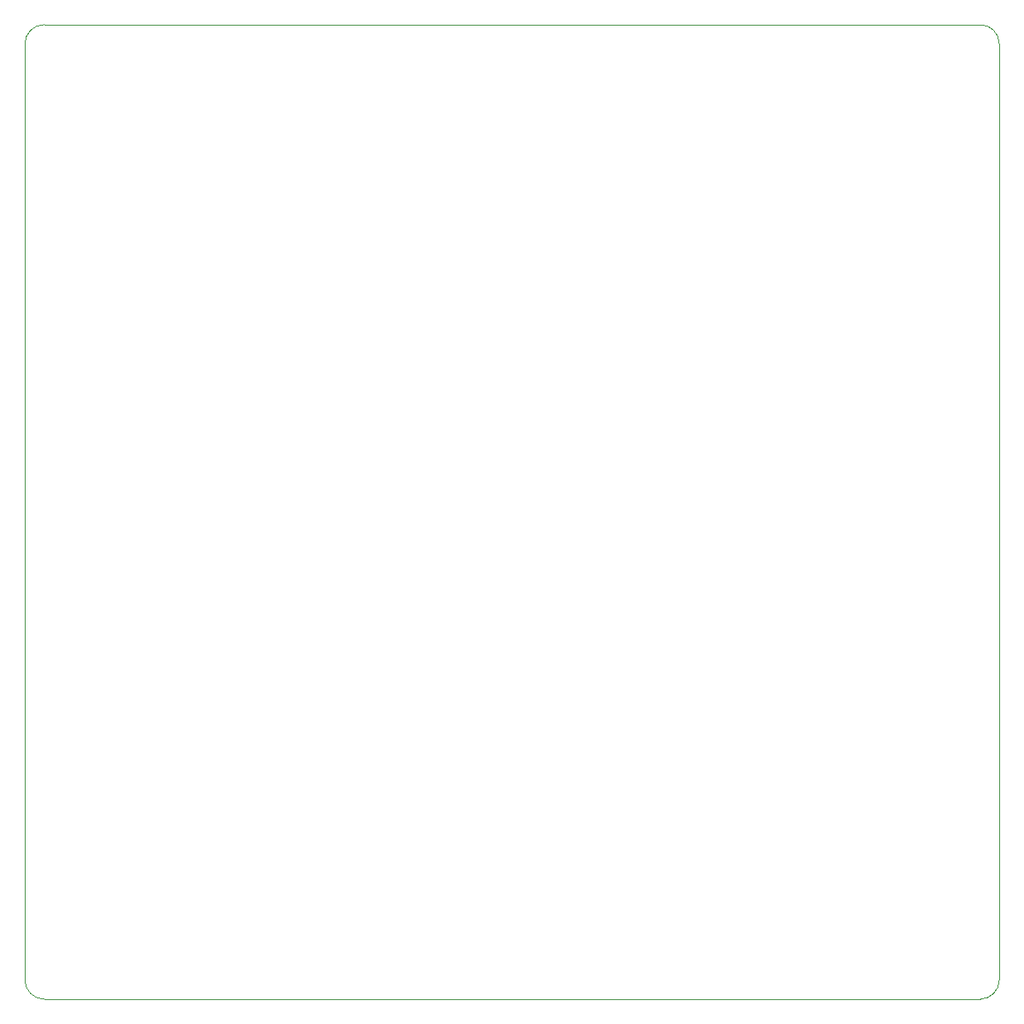
<source format=gbr>
%TF.GenerationSoftware,KiCad,Pcbnew,(5.0.0)*%
%TF.CreationDate,2018-08-30T21:29:27+03:00*%
%TF.ProjectId,Macropad,4D6163726F7061642E6B696361645F70,rev?*%
%TF.SameCoordinates,Original*%
%TF.FileFunction,Paste,Top*%
%TF.FilePolarity,Positive*%
%FSLAX46Y46*%
G04 Gerber Fmt 4.6, Leading zero omitted, Abs format (unit mm)*
G04 Created by KiCad (PCBNEW (5.0.0)) date 08/30/18 21:29:27*
%MOMM*%
%LPD*%
G01*
G04 APERTURE LIST*
%ADD10C,0.100000*%
G04 APERTURE END LIST*
D10*
X17780000Y-112395000D02*
X17780000Y-19685000D01*
X112395000Y-114300000D02*
X19685000Y-114300000D01*
X114300000Y-19685000D02*
X114300000Y-112395000D01*
X19685000Y-17780000D02*
X112395000Y-17780000D01*
X114300000Y-19685000D02*
G75*
G03X112395000Y-17780000I-1905000J0D01*
G01*
X112395000Y-114300000D02*
G75*
G03X114300000Y-112395000I0J1905000D01*
G01*
X17780000Y-112395000D02*
G75*
G03X19685000Y-114300000I1905000J0D01*
G01*
X19685000Y-17780000D02*
G75*
G03X17780000Y-19685000I0J-1905000D01*
G01*
M02*

</source>
